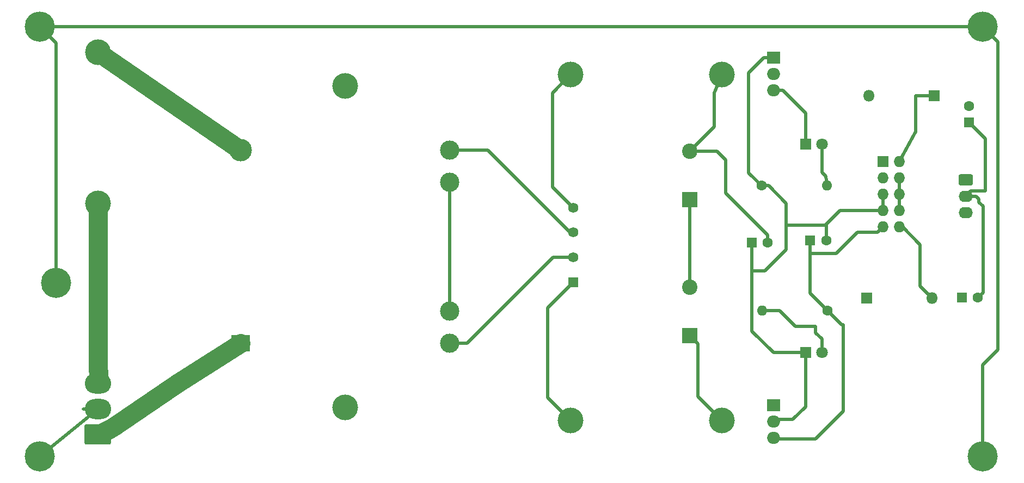
<source format=gbr>
G04 #@! TF.GenerationSoftware,KiCad,Pcbnew,(5.1.7)-1*
G04 #@! TF.CreationDate,2020-12-29T20:40:21+00:00*
G04 #@! TF.ProjectId,KOSMOPSU2,4b4f534d-4f50-4535-9532-2e6b69636164,rev?*
G04 #@! TF.SameCoordinates,Original*
G04 #@! TF.FileFunction,Copper,L2,Bot*
G04 #@! TF.FilePolarity,Positive*
%FSLAX46Y46*%
G04 Gerber Fmt 4.6, Leading zero omitted, Abs format (unit mm)*
G04 Created by KiCad (PCBNEW (5.1.7)-1) date 2020-12-29 20:40:21*
%MOMM*%
%LPD*%
G01*
G04 APERTURE LIST*
G04 #@! TA.AperFunction,ComponentPad*
%ADD10C,1.600000*%
G04 #@! TD*
G04 #@! TA.AperFunction,ComponentPad*
%ADD11R,1.600000X1.600000*%
G04 #@! TD*
G04 #@! TA.AperFunction,ComponentPad*
%ADD12C,4.700000*%
G04 #@! TD*
G04 #@! TA.AperFunction,ComponentPad*
%ADD13C,4.000000*%
G04 #@! TD*
G04 #@! TA.AperFunction,ComponentPad*
%ADD14O,1.800000X1.800000*%
G04 #@! TD*
G04 #@! TA.AperFunction,ComponentPad*
%ADD15R,1.800000X1.800000*%
G04 #@! TD*
G04 #@! TA.AperFunction,ComponentPad*
%ADD16O,2.000000X1.905000*%
G04 #@! TD*
G04 #@! TA.AperFunction,ComponentPad*
%ADD17R,2.000000X1.905000*%
G04 #@! TD*
G04 #@! TA.AperFunction,ComponentPad*
%ADD18R,3.000000X2.500000*%
G04 #@! TD*
G04 #@! TA.AperFunction,ComponentPad*
%ADD19C,3.500000*%
G04 #@! TD*
G04 #@! TA.AperFunction,ComponentPad*
%ADD20C,3.000000*%
G04 #@! TD*
G04 #@! TA.AperFunction,ComponentPad*
%ADD21C,2.400000*%
G04 #@! TD*
G04 #@! TA.AperFunction,ComponentPad*
%ADD22R,2.400000X2.400000*%
G04 #@! TD*
G04 #@! TA.AperFunction,ComponentPad*
%ADD23C,1.590000*%
G04 #@! TD*
G04 #@! TA.AperFunction,ComponentPad*
%ADD24R,1.590000X1.590000*%
G04 #@! TD*
G04 #@! TA.AperFunction,ComponentPad*
%ADD25C,1.800000*%
G04 #@! TD*
G04 #@! TA.AperFunction,ComponentPad*
%ADD26O,4.100000X3.160000*%
G04 #@! TD*
G04 #@! TA.AperFunction,ComponentPad*
%ADD27R,1.727200X1.727200*%
G04 #@! TD*
G04 #@! TA.AperFunction,ComponentPad*
%ADD28O,1.727200X1.727200*%
G04 #@! TD*
G04 #@! TA.AperFunction,ComponentPad*
%ADD29O,2.200000X1.740000*%
G04 #@! TD*
G04 #@! TA.AperFunction,ComponentPad*
%ADD30O,1.600000X1.600000*%
G04 #@! TD*
G04 #@! TA.AperFunction,Conductor*
%ADD31C,0.500000*%
G04 #@! TD*
G04 #@! TA.AperFunction,Conductor*
%ADD32C,3.000000*%
G04 #@! TD*
G04 APERTURE END LIST*
D10*
X172466000Y-65572000D03*
D11*
X172466000Y-68072000D03*
D12*
X174570000Y-120080000D03*
X174580000Y-53190000D03*
X27870000Y-120080000D03*
X27880000Y-53180000D03*
D13*
X134000000Y-114460000D03*
X110500000Y-114460000D03*
X134000000Y-60670000D03*
X110500000Y-60670000D03*
X36930000Y-80660000D03*
X36930000Y-57160000D03*
D10*
X150210000Y-86480000D03*
D11*
X147710000Y-86480000D03*
D10*
X141150000Y-86780000D03*
D11*
X138650000Y-86780000D03*
D10*
X173830000Y-95360000D03*
D11*
X171330000Y-95360000D03*
D14*
X156820000Y-63950000D03*
D15*
X166980000Y-63950000D03*
D14*
X166690000Y-95440000D03*
D15*
X156530000Y-95440000D03*
D16*
X142000000Y-63110000D03*
X142000000Y-60570000D03*
D17*
X142000000Y-58030000D03*
D16*
X142000000Y-117180000D03*
X142000000Y-114640000D03*
D17*
X142000000Y-112100000D03*
D18*
X59160000Y-102440000D03*
D19*
X59160000Y-72440000D03*
D20*
X91660000Y-77440000D03*
X91660000Y-72440000D03*
X91660000Y-102440000D03*
X91660000Y-97440000D03*
D13*
X75410000Y-62440000D03*
X75410000Y-112440000D03*
D21*
X129000000Y-93780000D03*
D22*
X129000000Y-101280000D03*
X129000000Y-80070000D03*
D21*
X129000000Y-72570000D03*
D23*
X110920000Y-81355000D03*
X110920000Y-85220000D03*
X110920000Y-89085000D03*
D24*
X110920000Y-92950000D03*
D25*
X149540000Y-103920000D03*
D15*
X147000000Y-103920000D03*
X147000000Y-71510000D03*
D25*
X149540000Y-71510000D03*
D12*
X30410000Y-93060000D03*
G04 #@! TA.AperFunction,ComponentPad*
G36*
G01*
X38730000Y-118230000D02*
X35130000Y-118230000D01*
G75*
G02*
X34880000Y-117980000I0J250000D01*
G01*
X34880000Y-115320000D01*
G75*
G02*
X35130000Y-115070000I250000J0D01*
G01*
X38730000Y-115070000D01*
G75*
G02*
X38980000Y-115320000I0J-250000D01*
G01*
X38980000Y-117980000D01*
G75*
G02*
X38730000Y-118230000I-250000J0D01*
G01*
G37*
G04 #@! TD.AperFunction*
D26*
X36930000Y-112690000D03*
X36930000Y-108730000D03*
D27*
X159050000Y-74200000D03*
D28*
X161590000Y-74200000D03*
X159050000Y-76740000D03*
X161590000Y-76740000D03*
X159050000Y-79280000D03*
X161590000Y-79280000D03*
X159050000Y-81820000D03*
X161590000Y-81820000D03*
X159050000Y-84360000D03*
X161590000Y-84360000D03*
G04 #@! TA.AperFunction,ComponentPad*
G36*
G01*
X171069999Y-76160000D02*
X172770001Y-76160000D01*
G75*
G02*
X173020000Y-76409999I0J-249999D01*
G01*
X173020000Y-77650001D01*
G75*
G02*
X172770001Y-77900000I-249999J0D01*
G01*
X171069999Y-77900000D01*
G75*
G02*
X170820000Y-77650001I0J249999D01*
G01*
X170820000Y-76409999D01*
G75*
G02*
X171069999Y-76160000I249999J0D01*
G01*
G37*
G04 #@! TD.AperFunction*
D29*
X171920000Y-79570000D03*
X171920000Y-82110000D03*
D30*
X140290000Y-97370000D03*
D10*
X150450000Y-97370000D03*
X140160000Y-77950000D03*
D30*
X150320000Y-77950000D03*
D31*
X130302000Y-110762000D02*
X134000000Y-114460000D01*
X129000000Y-101280000D02*
X130302000Y-102582000D01*
X130302000Y-102582000D02*
X130302000Y-110762000D01*
X133276000Y-72570000D02*
X129000000Y-72570000D01*
X134620000Y-73914000D02*
X133276000Y-72570000D01*
X134620000Y-79118630D02*
X134620000Y-73914000D01*
X141150000Y-86780000D02*
X141150000Y-85648630D01*
X141150000Y-85648630D02*
X134620000Y-79118630D01*
X132788406Y-68781594D02*
X129000000Y-72570000D01*
X132788406Y-63553594D02*
X132788406Y-68781594D01*
X132788406Y-63553594D02*
X134000000Y-60670000D01*
X110920000Y-81355000D02*
X107696000Y-78131000D01*
X107696000Y-63474000D02*
X110500000Y-60670000D01*
X107696000Y-78131000D02*
X107696000Y-63474000D01*
X110920000Y-85220000D02*
X110366000Y-85220000D01*
X97586000Y-72440000D02*
X91660000Y-72440000D01*
X110366000Y-85220000D02*
X97586000Y-72440000D01*
X94410000Y-102440000D02*
X91660000Y-102440000D01*
X110920000Y-89085000D02*
X107765000Y-89085000D01*
X107765000Y-89085000D02*
X94410000Y-102440000D01*
X106934000Y-110894000D02*
X110500000Y-114460000D01*
X110920000Y-92950000D02*
X106934000Y-96936000D01*
X106934000Y-96936000D02*
X106934000Y-110894000D01*
X149540000Y-101788000D02*
X149540000Y-103920000D01*
X148590000Y-100838000D02*
X149540000Y-101788000D01*
X148590000Y-99822000D02*
X148590000Y-100838000D01*
X145442000Y-99822000D02*
X148590000Y-99822000D01*
X140290000Y-97370000D02*
X142990000Y-97370000D01*
X142990000Y-97370000D02*
X145442000Y-99822000D01*
X149540000Y-75835746D02*
X149540000Y-71510000D01*
X150136127Y-76431873D02*
X149540000Y-75835746D01*
X150320000Y-77950000D02*
X150136127Y-76431873D01*
D32*
X59160000Y-72440000D02*
X36930000Y-57160000D01*
D31*
X140160000Y-77950100D02*
X140160000Y-77950500D01*
X150030500Y-86343600D02*
X150210000Y-86480000D01*
X140160000Y-77950000D02*
X140160000Y-77950100D01*
X140160000Y-77950100D02*
X140149400Y-77423000D01*
X159050000Y-80550000D02*
X159050000Y-79280000D01*
X159050000Y-81820000D02*
X159050000Y-80550000D01*
X171920000Y-79570000D02*
X172331900Y-79120600D01*
X172618100Y-79806000D02*
X172331900Y-79120600D01*
X91660000Y-97440000D02*
X91660000Y-77440000D01*
X129000000Y-93780000D02*
X129000000Y-80070000D01*
X161590000Y-79280000D02*
X161590000Y-76740000D01*
X161590000Y-79280000D02*
X161590000Y-81820000D01*
X142340000Y-114300000D02*
X142000000Y-114640000D01*
X145034000Y-114300000D02*
X142340000Y-114300000D01*
X147000000Y-112334000D02*
X145034000Y-114300000D01*
X147000000Y-103920000D02*
X147000000Y-112334000D01*
X139148900Y-87278900D02*
X138650000Y-86780000D01*
X138684000Y-91186000D02*
X140716000Y-91186000D01*
X138684000Y-91186000D02*
X138684000Y-86868000D01*
X140716000Y-91186000D02*
X144018000Y-87884000D01*
X144018000Y-87884000D02*
X144018000Y-84074000D01*
X144018000Y-84074000D02*
X150114000Y-84074000D01*
X150210000Y-84170000D02*
X150210000Y-86480000D01*
X150114000Y-84074000D02*
X150210000Y-84170000D01*
X140160000Y-77950000D02*
X141291370Y-77950000D01*
X144018000Y-80676630D02*
X144018000Y-84074000D01*
X141291370Y-77950000D02*
X144018000Y-80676630D01*
X144751400Y-103920000D02*
X147000000Y-103920000D01*
X142020000Y-103920000D02*
X144751400Y-103920000D01*
X138684000Y-91186000D02*
X138684000Y-100584000D01*
X138684000Y-100584000D02*
X142020000Y-103920000D01*
X152368000Y-81820000D02*
X150114000Y-84074000D01*
X159050000Y-81820000D02*
X152368000Y-81820000D01*
X140500000Y-58030000D02*
X138176000Y-60354000D01*
X142000000Y-58030000D02*
X140500000Y-58030000D01*
X138176000Y-75966000D02*
X140160000Y-77950000D01*
X138176000Y-60354000D02*
X138176000Y-75966000D01*
X174049100Y-69655100D02*
X172466000Y-68072000D01*
X172712500Y-78740000D02*
X175006000Y-78740000D01*
X172331900Y-79120600D02*
X172712500Y-78740000D01*
X175006000Y-78740000D02*
X175006000Y-70612000D01*
X175006000Y-70612000D02*
X174049100Y-69655100D01*
X174629999Y-81157999D02*
X173990000Y-80518000D01*
X173830000Y-95360000D02*
X174629999Y-94560001D01*
X174629999Y-94560001D02*
X174629999Y-81157999D01*
X173520000Y-79570000D02*
X171920000Y-79570000D01*
X173990000Y-80040000D02*
X173520000Y-79570000D01*
X173990000Y-80518000D02*
X173990000Y-80040000D01*
X147000000Y-70110000D02*
X147000000Y-71510000D01*
X147000000Y-66610000D02*
X147000000Y-70110000D01*
X143500000Y-63110000D02*
X147000000Y-66610000D01*
X142000000Y-63110000D02*
X143500000Y-63110000D01*
X164134600Y-63950000D02*
X166980000Y-63950000D01*
X161590000Y-74200000D02*
X164134600Y-69506000D01*
X164134600Y-69506000D02*
X164134600Y-63950000D01*
D32*
X36930000Y-116650000D02*
X36931300Y-116649400D01*
X36931300Y-116649400D02*
X36934900Y-116647900D01*
X36934900Y-116647900D02*
X38083300Y-116143600D01*
X38083300Y-116143600D02*
X38769700Y-115823800D01*
X38769700Y-115823800D02*
X38912100Y-115749500D01*
X38912100Y-115749500D02*
X39574100Y-115342000D01*
X39574100Y-115342000D02*
X49442700Y-108651600D01*
X49442700Y-108651600D02*
X59160000Y-102440000D01*
D31*
X174564300Y-118667800D02*
X174570000Y-120080000D01*
X36930000Y-112690000D02*
X27870000Y-120080000D01*
X174570000Y-53180000D02*
X174580000Y-53190000D01*
X27880000Y-53180000D02*
X174570000Y-53180000D01*
X174570000Y-120080000D02*
X174570000Y-105846000D01*
X176929999Y-55539999D02*
X174580000Y-53190000D01*
X176929999Y-103486001D02*
X176929999Y-55539999D01*
X174570000Y-105846000D02*
X176929999Y-103486001D01*
X30410000Y-55710000D02*
X27880000Y-53180000D01*
X30410000Y-93060000D02*
X30410000Y-55710000D01*
X34712000Y-112690000D02*
X36930000Y-112690000D01*
D32*
X36930000Y-108730000D02*
X36955300Y-108121500D01*
X36955300Y-108121500D02*
X37059900Y-108016900D01*
X37059900Y-108016900D02*
X37059900Y-106893700D01*
X37059900Y-106893700D02*
X36990000Y-106683300D01*
X36990000Y-106683300D02*
X36930000Y-80660000D01*
D31*
X152908000Y-113030000D02*
X152908000Y-99568000D01*
X142000000Y-117180000D02*
X142168000Y-117348000D01*
X148590000Y-117348000D02*
X152908000Y-113030000D01*
X142168000Y-117348000D02*
X148590000Y-117348000D01*
X152648000Y-99568000D02*
X150450000Y-97370000D01*
X152908000Y-99568000D02*
X152648000Y-99568000D01*
X147710000Y-94630000D02*
X150450000Y-97370000D01*
X155060401Y-85223599D02*
X151774000Y-88510000D01*
X159050000Y-84360000D02*
X158186401Y-85223599D01*
X151774000Y-88510000D02*
X147710000Y-88510000D01*
X147710000Y-86480000D02*
X147710000Y-88510000D01*
X158186401Y-85223599D02*
X155060401Y-85223599D01*
X147710000Y-88510000D02*
X147710000Y-94630000D01*
X162084000Y-84360000D02*
X161590000Y-84360000D01*
X164851270Y-87127270D02*
X162084000Y-84360000D01*
X166690000Y-95440000D02*
X164851270Y-93601270D01*
X164851270Y-93601270D02*
X164851270Y-87127270D01*
M02*

</source>
